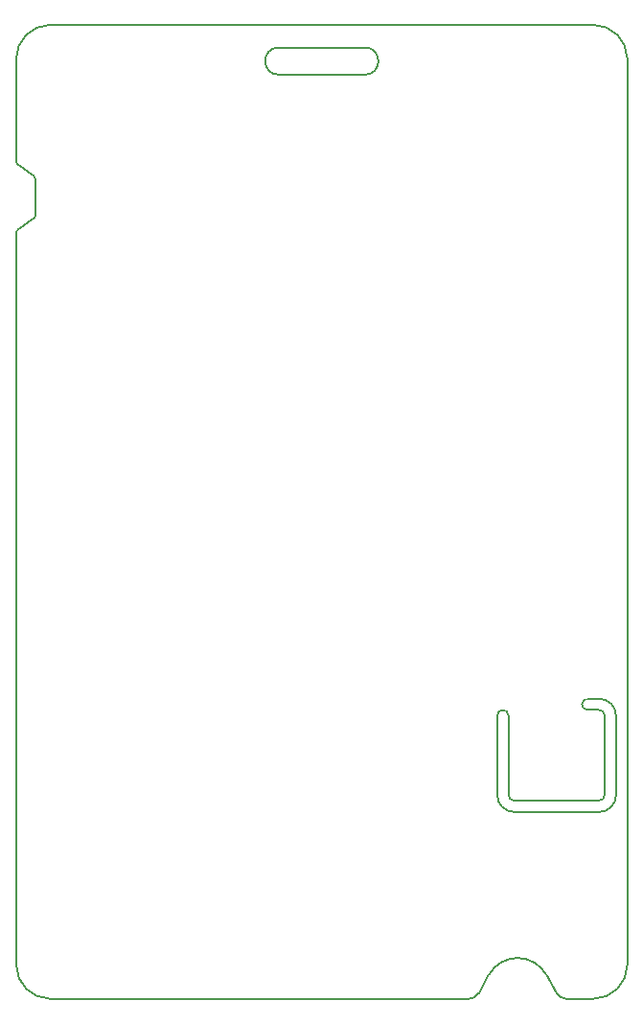
<source format=gm1>
G04 #@! TF.GenerationSoftware,KiCad,Pcbnew,7.0.7*
G04 #@! TF.CreationDate,2023-09-21T00:46:48-05:00*
G04 #@! TF.ProjectId,particle-bamf23-badge,70617274-6963-46c6-952d-62616d663233,v1.0*
G04 #@! TF.SameCoordinates,Original*
G04 #@! TF.FileFunction,Profile,NP*
%FSLAX46Y46*%
G04 Gerber Fmt 4.6, Leading zero omitted, Abs format (unit mm)*
G04 Created by KiCad (PCBNEW 7.0.7) date 2023-09-21 00:46:48*
%MOMM*%
%LPD*%
G01*
G04 APERTURE LIST*
G04 #@! TA.AperFunction,Profile*
%ADD10C,0.150000*%
G04 #@! TD*
G04 APERTURE END LIST*
D10*
X100000000Y-68328885D02*
X100000000Y-133000000D01*
X151500000Y-110500000D02*
X150500000Y-110500000D01*
X100089067Y-68162485D02*
G75*
G03*
X100000000Y-68328885I110933J-166415D01*
G01*
X151500000Y-118500000D02*
X144000000Y-118500000D01*
X130800000Y-52000000D02*
X123200000Y-52000000D01*
X100000000Y-53000000D02*
X100000000Y-62128885D01*
X140000000Y-135999999D02*
G75*
G03*
X140868242Y-135496139I0J999999D01*
G01*
X143500000Y-118000000D02*
X143500000Y-111000000D01*
X100110557Y-62307770D02*
X101589443Y-63400000D01*
X151500000Y-118500000D02*
G75*
G03*
X152000000Y-118000000I0J500000D01*
G01*
X154000000Y-53000000D02*
X154000000Y-133000000D01*
X151000000Y-136000000D02*
G75*
G03*
X154000000Y-133000000I0J3000000D01*
G01*
X143500000Y-111000000D02*
G75*
G03*
X142500000Y-111000000I-500000J0D01*
G01*
X144300000Y-132400001D02*
G75*
G03*
X141788063Y-133850805I0J-2899999D01*
G01*
X123200000Y-52000000D02*
G75*
G03*
X123200000Y-54400000I0J-1200000D01*
G01*
X146811938Y-133850805D02*
X147731757Y-135496139D01*
X130800000Y-54400000D02*
G75*
G03*
X130800000Y-52000000I0J1200000D01*
G01*
X151500000Y-119500000D02*
G75*
G03*
X153000000Y-118000000I0J1500000D01*
G01*
X153000000Y-111000000D02*
G75*
G03*
X151500000Y-109500000I-1500000J0D01*
G01*
X100000000Y-133000000D02*
G75*
G03*
X103000000Y-136000000I3000000J0D01*
G01*
X150500000Y-109500000D02*
G75*
G03*
X150500000Y-110500000I0J-500000D01*
G01*
X101700013Y-63578885D02*
G75*
G03*
X101589443Y-63400000I-200013J-15D01*
G01*
X123200000Y-54400000D02*
X130800000Y-54400000D01*
X152000000Y-111000000D02*
G75*
G03*
X151500000Y-110500000I-500000J0D01*
G01*
X103000000Y-50000000D02*
X151000000Y-50000000D01*
X152000000Y-111000000D02*
X152000000Y-118000000D01*
X153000000Y-118000000D02*
X153000000Y-111000000D01*
X103000000Y-50000000D02*
G75*
G03*
X100000000Y-53000000I0J-3000000D01*
G01*
X154000000Y-53000000D02*
G75*
G03*
X151000000Y-50000000I-3000000J0D01*
G01*
X150500000Y-109500000D02*
X151500000Y-109500000D01*
X101589449Y-67057782D02*
G75*
G03*
X101700000Y-66878885I-89449J178882D01*
G01*
X101700000Y-63578885D02*
X101700000Y-66878885D01*
X142500000Y-118000000D02*
G75*
G03*
X144000000Y-119500000I1500000J0D01*
G01*
X101589443Y-67057770D02*
X100089060Y-68162475D01*
X103000000Y-136000000D02*
X140000000Y-136000000D01*
X142500000Y-111000000D02*
X142500000Y-118000000D01*
X147731757Y-135496139D02*
G75*
G03*
X148600000Y-136000000I868243J496139D01*
G01*
X141788062Y-133850805D02*
X140868243Y-135496139D01*
X148600000Y-136000000D02*
X151000000Y-136000000D01*
X143500000Y-118000000D02*
G75*
G03*
X144000000Y-118500000I500000J0D01*
G01*
X144000000Y-119500000D02*
X151500000Y-119500000D01*
X146811938Y-133850805D02*
G75*
G03*
X144300000Y-132400000I-2511938J-1449195D01*
G01*
X100000014Y-62128885D02*
G75*
G03*
X100110557Y-62307770I199986J-15D01*
G01*
M02*

</source>
